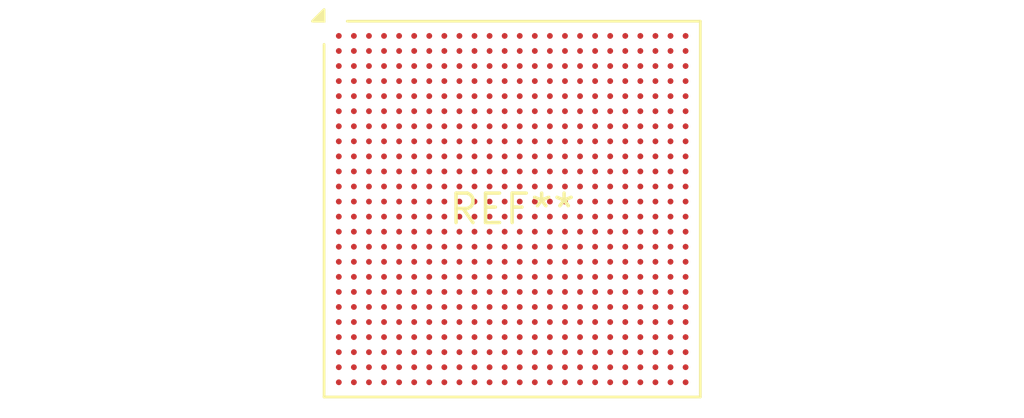
<source format=kicad_pcb>
(kicad_pcb (version 20240108) (generator pcbnew)
  (layers (0 "F.Cu" signal) (31 "B.Cu" signal) (34 "B.Paste" user) (35 "F.Paste" user) (36 "B.SilkS" user "B.Silkscreen") (37 "F.SilkS" user "F.Silkscreen") (38 "B.Mask" user) (39 "F.Mask" user) (44 "Edge.Cuts" user))
  (net 0 "")
  (footprint "TFBGA-576_16x16mm_Layout24x24_P0.65mm" (layer "F.Cu") (at 0 0)
    (property "Reference" "REF**")
    (property "Value" "TFBGA-576_16x16mm_Layout24x24_P0.65mm")
    (pad "A1" smd circle (at -7.475 -7.475) (size 0.25 0.25) (property pad_prop_bga) (layers "F.Cu" "F.Paste" "F.Mask"))
    (pad "A2" smd circle (at -6.825 -7.475) (size 0.25 0.25) (property pad_prop_bga) (layers "F.Cu" "F.Paste" "F.Mask"))
    (pad "A3" smd circle (at -6.175 -7.475) (size 0.25 0.25) (property pad_prop_bga) (layers "F.Cu" "F.Paste" "F.Mask"))
    (pad "A4" smd circle (at -5.525 -7.475) (size 0.25 0.25) (property pad_prop_bga) (layers "F.Cu" "F.Paste" "F.Mask"))
    (pad "A5" smd circle (at -4.875 -7.475) (size 0.25 0.25) (property pad_prop_bga) (layers "F.Cu" "F.Paste" "F.Mask"))
    (pad "A6" smd circle (at -4.225 -7.475) (size 0.25 0.25) (property pad_prop_bga) (layers "F.Cu" "F.Paste" "F.Mask"))
    (pad "A7" smd circle (at -3.575 -7.475) (size 0.25 0.25) (property pad_prop_bga) (layers "F.Cu" "F.Paste" "F.Mask"))
    (pad "A8" smd circle (at -2.925 -7.475) (size 0.25 0.25) (property pad_prop_bga) (layers "F.Cu" "F.Paste" "F.Mask"))
    (pad "A9" smd circle (at -2.275 -7.475) (size 0.25 0.25) (property pad_prop_bga) (layers "F.Cu" "F.Paste" "F.Mask"))
    (pad "A10" smd circle (at -1.625 -7.475) (size 0.25 0.25) (property pad_prop_bga) (layers "F.Cu" "F.Paste" "F.Mask"))
    (pad "A11" smd circle (at -0.975 -7.475) (size 0.25 0.25) (property pad_prop_bga) (layers "F.Cu" "F.Paste" "F.Mask"))
    (pad "A12" smd circle (at -0.325 -7.475) (size 0.25 0.25) (property pad_prop_bga) (layers "F.Cu" "F.Paste" "F.Mask"))
    (pad "A13" smd circle (at 0.325 -7.475) (size 0.25 0.25) (property pad_prop_bga) (layers "F.Cu" "F.Paste" "F.Mask"))
    (pad "A14" smd circle (at 0.975 -7.475) (size 0.25 0.25) (property pad_prop_bga) (layers "F.Cu" "F.Paste" "F.Mask"))
    (pad "A15" smd circle (at 1.625 -7.475) (size 0.25 0.25) (property pad_prop_bga) (layers "F.Cu" "F.Paste" "F.Mask"))
    (pad "A16" smd circle (at 2.275 -7.475) (size 0.25 0.25) (property pad_prop_bga) (layers "F.Cu" "F.Paste" "F.Mask"))
    (pad "A17" smd circle (at 2.925 -7.475) (size 0.25 0.25) (property pad_prop_bga) (layers "F.Cu" "F.Paste" "F.Mask"))
    (pad "A18" smd circle (at 3.575 -7.475) (size 0.25 0.25) (property pad_prop_bga) (layers "F.Cu" "F.Paste" "F.Mask"))
    (pad "A19" smd circle (at 4.225 -7.475) (size 0.25 0.25) (property pad_prop_bga) (layers "F.Cu" "F.Paste" "F.Mask"))
    (pad "A20" smd circle (at 4.875 -7.475) (size 0.25 0.25) (property pad_prop_bga) (layers "F.Cu" "F.Paste" "F.Mask"))
    (pad "A21" smd circle (at 5.525 -7.475) (size 0.25 0.25) (property pad_prop_bga) (layers "F.Cu" "F.Paste" "F.Mask"))
    (pad "A22" smd circle (at 6.175 -7.475) (size 0.25 0.25) (property pad_prop_bga) (layers "F.Cu" "F.Paste" "F.Mask"))
    (pad "A23" smd circle (at 6.825 -7.475) (size 0.25 0.25) (property pad_prop_bga) (layers "F.Cu" "F.Paste" "F.Mask"))
    (pad "A24" smd circle (at 7.475 -7.475) (size 0.25 0.25) (property pad_prop_bga) (layers "F.Cu" "F.Paste" "F.Mask"))
    (pad "AA1" smd circle (at -7.475 5.525) (size 0.25 0.25) (property pad_prop_bga) (layers "F.Cu" "F.Paste" "F.Mask"))
    (pad "AA2" smd circle (at -6.825 5.525) (size 0.25 0.25) (property pad_prop_bga) (layers "F.Cu" "F.Paste" "F.Mask"))
    (pad "AA3" smd circle (at -6.175 5.525) (size 0.25 0.25) (property pad_prop_bga) (layers "F.Cu" "F.Paste" "F.Mask"))
    (pad "AA4" smd circle (at -5.525 5.525) (size 0.25 0.25) (property pad_prop_bga) (layers "F.Cu" "F.Paste" "F.Mask"))
    (pad "AA5" smd circle (at -4.875 5.525) (size 0.25 0.25) (property pad_prop_bga) (layers "F.Cu" "F.Paste" "F.Mask"))
    (pad "AA6" smd circle (at -4.225 5.525) (size 0.25 0.25) (property pad_prop_bga) (layers "F.Cu" "F.Paste" "F.Mask"))
    (pad "AA7" smd circle (at -3.575 5.525) (size 0.25 0.25) (property pad_prop_bga) (layers "F.Cu" "F.Paste" "F.Mask"))
    (pad "AA8" smd circle (at -2.925 5.525) (size 0.25 0.25) (property pad_prop_bga) (layers "F.Cu" "F.Paste" "F.Mask"))
    (pad "AA9" smd circle (at -2.275 5.525) (size 0.25 0.25) (property pad_prop_bga) (layers "F.Cu" "F.Paste" "F.Mask"))
    (pad "AA10" smd circle (at -1.625 5.525) (size 0.25 0.25) (property pad_prop_bga) (layers "F.Cu" "F.Paste" "F.Mask"))
    (pad "AA11" smd circle (at -0.975 5.525) (size 0.25 0.25) (property pad_prop_bga) (layers "F.Cu" "F.Paste" "F.Mask"))
    (pad "AA12" smd circle (at -0.325 5.525) (size 0.25 0.25) (property pad_prop_bga) (layers "F.Cu" "F.Paste" "F.Mask"))
    (pad "AA13" smd circle (at 0.325 5.525) (size 0.25 0.25) (property pad_prop_bga) (layers "F.Cu" "F.Paste" "F.Mask"))
    (pad "AA14" smd circle (at 0.975 5.525) (size 0.25 0.25) (property pad_prop_bga) (layers "F.Cu" "F.Paste" "F.Mask"))
    (pad "AA15" smd circle (at 1.625 5.525) (size 0.25 0.25) (property pad_prop_bga) (layers "F.Cu" "F.Paste" "F.Mask"))
    (pad "AA16" smd circle (at 2.275 5.525) (size 0.25 0.25) (property pad_prop_bga) (layers "F.Cu" "F.Paste" "F.Mask"))
    (pad "AA17" smd circle (at 2.925 5.525) (size 0.25 0.25) (property pad_prop_bga) (layers "F.Cu" "F.Paste" "F.Mask"))
    (pad "AA18" smd circle (at 3.575 5.525) (size 0.25 0.25) (property pad_prop_bga) (layers "F.Cu" "F.Paste" "F.Mask"))
    (pad "AA19" smd circle (at 4.225 5.525) (size 0.25 0.25) (property pad_prop_bga) (layers "F.Cu" "F.Paste" "F.Mask"))
    (pad "AA20" smd circle (at 4.875 5.525) (size 0.25 0.25) (property pad_prop_bga) (layers "F.Cu" "F.Paste" "F.Mask"))
    (pad "AA21" smd circle (at 5.525 5.525) (size 0.25 0.25) (property pad_prop_bga) (layers "F.Cu" "F.Paste" "F.Mask"))
    (pad "AA22" smd circle (at 6.175 5.525) (size 0.25 0.25) (property pad_prop_bga) (layers "F.Cu" "F.Paste" "F.Mask"))
    (pad "AA23" smd circle (at 6.825 5.525) (size 0.25 0.25) (property pad_prop_bga) (layers "F.Cu" "F.Paste" "F.Mask"))
    (pad "AA24" smd circle (at 7.475 5.525) (size 0.25 0.25) (property pad_prop_bga) (layers "F.Cu" "F.Paste" "F.Mask"))
    (pad "AB1" smd circle (at -7.475 6.175) (size 0.25 0.25) (property pad_prop_bga) (layers "F.Cu" "F.Paste" "F.Mask"))
    (pad "AB2" smd circle (at -6.825 6.175) (size 0.25 0.25) (property pad_prop_bga) (layers "F.Cu" "F.Paste" "F.Mask"))
    (pad "AB3" smd circle (at -6.175 6.175) (size 0.25 0.25) (property pad_prop_bga) (layers "F.Cu" "F.Paste" "F.Mask"))
    (pad "AB4" smd circle (at -5.525 6.175) (size 0.25 0.25) (property pad_prop_bga) (layers "F.Cu" "F.Paste" "F.Mask"))
    (pad "AB5" smd circle (at -4.875 6.175) (size 0.25 0.25) (property pad_prop_bga) (layers "F.Cu" "F.Paste" "F.Mask"))
    (pad "AB6" smd circle (at -4.225 6.175) (size 0.25 0.25) (property pad_prop_bga) (layers "F.Cu" "F.Paste" "F.Mask"))
    (pad "AB7" smd circle (at -3.575 6.175) (size 0.25 0.25) (property pad_prop_bga) (layers "F.Cu" "F.Paste" "F.Mask"))
    (pad "AB8" smd circle (at -2.925 6.175) (size 0.25 0.25) (property pad_prop_bga) (layers "F.Cu" "F.Paste" "F.Mask"))
    (pad "AB9" smd circle (at -2.275 6.175) (size 0.25 0.25) (property pad_prop_bga) (layers "F.Cu" "F.Paste" "F.Mask"))
    (pad "AB10" smd circle (at -1.625 6.175) (size 0.25 0.25) (property pad_prop_bga) (layers "F.Cu" "F.Paste" "F.Mask"))
    (pad "AB11" smd circle (at -0.975 6.175) (size 0.25 0.25) (property pad_prop_bga) (layers "F.Cu" "F.Paste" "F.Mask"))
    (pad "AB12" smd circle (at -0.325 6.175) (size 0.25 0.25) (property pad_prop_bga) (layers "F.Cu" "F.Paste" "F.Mask"))
    (pad "AB13" smd circle (at 0.325 6.175) (size 0.25 0.25) (property pad_prop_bga) (layers "F.Cu" "F.Paste" "F.Mask"))
    (pad "AB14" smd circle (at 0.975 6.175) (size 0.25 0.25) (property pad_prop_bga) (layers "F.Cu" "F.Paste" "F.Mask"))
    (pad "AB15" smd circle (at 1.625 6.175) (size 0.25 0.25) (property pad_prop_bga) (layers "F.Cu" "F.Paste" "F.Mask"))
    (pad "AB16" smd circle (at 2.275 6.175) (size 0.25 0.25) (property pad_prop_bga) (layers "F.Cu" "F.Paste" "F.Mask"))
    (pad "AB17" smd circle (at 2.925 6.175) (size 0.25 0.25) (property pad_prop_bga) (layers "F.Cu" "F.Paste" "F.Mask"))
    (pad "AB18" smd circle (at 3.575 6.175) (size 0.25 0.25) (property pad_prop_bga) (layers "F.Cu" "F.Paste" "F.Mask"))
    (pad "AB19" smd circle (at 4.225 6.175) (size 0.25 0.25) (property pad_prop_bga) (layers "F.Cu" "F.Paste" "F.Mask"))
    (pad "AB20" smd circle (at 4.875 6.175) (size 0.25 0.25) (property pad_prop_bga) (layers "F.Cu" "F.Paste" "F.Mask"))
    (pad "AB21" smd circle (at 5.525 6.175) (size 0.25 0.25) (property pad_prop_bga) (layers "F.Cu" "F.Paste" "F.Mask"))
    (pad "AB22" smd circle (at 6.175 6.175) (size 0.25 0.25) (property pad_prop_bga) (layers "F.Cu" "F.Paste" "F.Mask"))
    (pad "AB23" smd circle (at 6.825 6.175) (size 0.25 0.25) (property pad_prop_bga) (layers "F.Cu" "F.Paste" "F.Mask"))
    (pad "AB24" smd circle (at 7.475 6.175) (size 0.25 0.25) (property pad_prop_bga) (layers "F.Cu" "F.Paste" "F.Mask"))
    (pad "AC1" smd circle (at -7.475 6.825) (size 0.25 0.25) (property pad_prop_bga) (layers "F.Cu" "F.Paste" "F.Mask"))
    (pad "AC2" smd circle (at -6.825 6.825) (size 0.25 0.25) (property pad_prop_bga) (layers "F.Cu" "F.Paste" "F.Mask"))
    (pad "AC3" smd circle (at -6.175 6.825) (size 0.25 0.25) (property pad_prop_bga) (layers "F.Cu" "F.Paste" "F.Mask"))
    (pad "AC4" smd circle (at -5.525 6.825) (size 0.25 0.25) (property pad_prop_bga) (layers "F.Cu" "F.Paste" "F.Mask"))
    (pad "AC5" smd circle (at -4.875 6.825) (size 0.25 0.25) (property pad_prop_bga) (layers "F.Cu" "F.Paste" "F.Mask"))
    (pad "AC6" smd circle (at -4.225 6.825) (size 0.25 0.25) (property pad_prop_bga) (layers "F.Cu" "F.Paste" "F.Mask"))
    (pad "AC7" smd circle (at -3.575 6.825) (size 0.25 0.25) (property pad_prop_bga) (layers "F.Cu" "F.Paste" "F.Mask"))
    (pad "AC8" smd circle (at -2.925 6.825) (size 0.25 0.25) (property pad_prop_bga) (layers "F.Cu" "F.Paste" "F.Mask"))
    (pad "AC9" smd circle (at -2.275 6.825) (size 0.25 0.25) (property pad_prop_bga) (layers "F.Cu" "F.Paste" "F.Mask"))
    (pad "AC10" smd circle (at -1.625 6.825) (size 0.25 0.25) (property pad_prop_bga) (layers "F.Cu" "F.Paste" "F.Mask"))
    (pad "AC11" smd circle (at -0.975 6.825) (size 0.25 0.25) (property pad_prop_bga) (layers "F.Cu" "F.Paste" "F.Mask"))
    (pad "AC12" smd circle (at -0.325 6.825) (size 0.25 0.25) (property pad_prop_bga) (layers "F.Cu" "F.Paste" "F.Mask"))
    (pad "AC13" smd circle (at 0.325 6.825) (size 0.25 0.25) (property pad_prop_bga) (layers "F.Cu" "F.Paste" "F.Mask"))
    (pad "AC14" smd circle (at 0.975 6.825) (size 0.25 0.25) (property pad_prop_bga) (layers "F.Cu" "F.Paste" "F.Mask"))
    (pad "AC15" smd circle (at 1.625 6.825) (size 0.25 0.25) (property pad_prop_bga) (layers "F.Cu" "F.Paste" "F.Mask"))
    (pad "AC16" smd circle (at 2.275 6.825) (size 0.25 0.25) (property pad_prop_bga) (layers "F.Cu" "F.Paste" "F.Mask"))
    (pad "AC17" smd circle (at 2.925 6.825) (size 0.25 0.25) (property pad_prop_bga) (layers "F.Cu" "F.Paste" "F.Mask"))
    (pad "AC18" smd circle (at 3.575 6.825) (size 0.25 0.25) (property pad_prop_bga) (layers "F.Cu" "F.Paste" "F.Mask"))
    (pad "AC19" smd circle (at 4.225 6.825) (size 0.25 0.25) (property pad_prop_bga) (layers "F.Cu" "F.Paste" "F.Mask"))
    (pad "AC20" smd circle (at 4.875 6.825) (size 0.25 0.25) (property pad_prop_bga) (layers "F.Cu" "F.Paste" "F.Mask"))
    (pad "AC21" smd circle (at 5.525 6.825) (size 0.25 0.25) (property pad_prop_bga) (layers "F.Cu" "F.Paste" "F.Mask"))
    (pad "AC22" smd circle (at 6.175 6.825) (size 0.25 0.25) (property pad_prop_bga) (layers "F.Cu" "F.Paste" "F.Mask"))
    (pad "AC23" smd circle (at 6.825 6.825) (size 0.25 0.25) (property pad_prop_bga) (layers "F.Cu" "F.Paste" "F.Mask"))
    (pad "AC24" smd circle (at 7.475 6.825) (size 0.25 0.25) (property pad_prop_bga) (layers "F.Cu" "F.Paste" "F.Mask"))
    (pad "AD1" smd circle (at -7.475 7.475) (size 0.25 0.25) (property pad_prop_bga) (layers "F.Cu" "F.Paste" "F.Mask"))
    (pad "AD2" smd circle (at -6.825 7.475) (size 0.25 0.25) (property pad_prop_bga) (layers "F.Cu" "F.Paste" "F.Mask"))
    (pad "AD3" smd circle (at -6.175 7.475) (size 0.25 0.25) (property pad_prop_bga) (layers "F.Cu" "F.Paste" "F.Mask"))
    (pad "AD4" smd circle (at -5.525 7.475) (size 0.25 0.25) (property pad_prop_bga) (layers "F.Cu" "F.Paste" "F.Mask"))
    (pad "AD5" smd circle (at -4.875 7.475) (size 0.25 0.25) (property pad_prop_bga) (layers "F.Cu" "F.Paste" "F.Mask"))
    (pad "AD6" smd circle (at -4.225 7.475) (size 0.25 0.25) (property pad_prop_bga) (layers "F.Cu" "F.Paste" "F.Mask"))
    (pad "AD7" smd circle (at -3.575 7.475) (size 0.25 0.25) (property pad_prop_bga) (layers "F.Cu" "F.Paste" "F.Mask"))
    (pad "AD8" smd circle (at -2.925 7.475) (size 0.25 0.25) (property pad_prop_bga) (layers "F.Cu" "F.Paste" "F.Mask"))
    (pad "AD9" smd circle (at -2.275 7.475) (size 0.25 0.25) (property pad_prop_bga) (layers "F.Cu" "F.Paste" "F.Mask"))
    (pad "AD10" smd circle (at -1.625 7.475) (size 0.25 0.25) (property pad_prop_bga) (layers "F.Cu" "F.Paste" "F.Mask"))
    (pad "AD11" smd circle (at -0.975 7.475) (size 0.25 0.25) (property pad_prop_bga) (layers "F.Cu" "F.Paste" "F.Mask"))
    (pad "AD12" smd circle (at -0.325 7.475) (size 0.25 0.25) (property pad_prop_bga) (layers "F.Cu" "F.Paste" "F.Mask"))
    (pad "AD13" smd circle (at 0.325 7.475) (size 0.25 0.25) (property pad_prop_bga) (layers "F.Cu" "F.Paste" "F.Mask"))
    (pad "AD14" smd circle (at 0.975 7.475) (size 0.25 0.25) (property pad_prop_bga) (layers "F.Cu" "F.Paste" "F.Mask"))
    (pad "AD15" smd circle (at 1.625 7.475) (size 0.25 0.25) (property pad_prop_bga) (layers "F.Cu" "F.Paste" "F.Mask"))
    (pad "AD16" smd circle (at 2.275 7.475) (size 0.25 0.25) (property pad_prop_bga) (layers "F.Cu" "F.Paste" "F.Mask"))
    (pad "AD17" smd circle (at 2.925 7.475) (size 0.25 0.25) (property pad_prop_bga) (layers "F.Cu" "F.Paste" "F.Mask"))
    (pad "AD18" smd circle (at 3.575 7.475) (size 0.25 0.25) (property pad_prop_bga) (layers "F.Cu" "F.Paste" "F.Mask"))
    (pad "AD19" smd circle (at 4.225 7.475) (size 0.25 0.25) (property pad_prop_bga) (layers "F.Cu" "F.Paste" "F.Mask"))
    (pad "AD20" smd circle (at 4.875 7.475) (size 0.25 0.25) (property pad_prop_bga) (layers "F.Cu" "F.Paste" "F.Mask"))
    (pad "AD21" smd circle (at 5.525 7.475) (size 0.25 0.25) (property pad_prop_bga) (layers "F.Cu" "F.Paste" "F.Mask"))
    (pad "AD22" smd circle (at 6.175 7.475) (size 0.25 0.25) (property pad_prop_bga) (layers "F.Cu" "F.Paste" "F.Mask"))
    (pad "AD23" smd circle (at 6.825 7.475) (size 0.25 0.25) (property pad_prop_bga) (layers "F.Cu" "F.Paste" "F.Mask"))
    (pad "AD24" smd circle (at 7.475 7.475) (size 0.25 0.25) (property pad_prop_bga) (layers "F.Cu" "F.Paste" "F.Mask"))
    (pad "B1" smd circle (at -7.475 -6.825) (size 0.25 0.25) (property pad_prop_bga) (layers "F.Cu" "F.Paste" "F.Mask"))
    (pad "B2" smd circle (at -6.825 -6.825) (size 0.25 0.25) (property pad_prop_bga) (layers "F.Cu" "F.Paste" "F.Mask"))
    (pad "B3" smd circle (at -6.175 -6.825) (size 0.25 0.25) (property pad_prop_bga) (layers "F.Cu" "F.Paste" "F.Mask"))
    (pad "B4" smd circle (at -5.525 -6.825) (size 0.25 0.25) (property pad_prop_bga) (layers "F.Cu" "F.Paste" "F.Mask"))
    (pad "B5" smd circle (at -4.875 -6.825) (size 0.25 0.25) (property pad_prop_bga) (layers "F.Cu" "F.Paste" "F.Mask"))
    (pad "B6" smd circle (at -4.225 -6.825) (size 0.25 0.25) (property pad_prop_bga) (layers "F.Cu" "F.Paste" "F.Mask"))
    (pad "B7" smd circle (at -3.575 -6.825) (size 0.25 0.25) (property pad_prop_bga) (layers "F.Cu" "F.Paste" "F.Mask"))
    (pad "B8" smd circle (at -2.925 -6.825) (size 0.25 0.25) (property pad_prop_bga) (layers "F.Cu" "F.Paste" "F.Mask"))
    (pad "B9" smd circle (at -2.275 -6.825) (size 0.25 0.25) (property pad_prop_bga) (layers "F.Cu" "F.Paste" "F.Mask"))
    (pad "B10" smd circle (at -1.625 -6.825) (size 0.25 0.25) (property pad_prop_bga) (layers "F.Cu" "F.Paste" "F.Mask"))
    (pad "B11" smd circle (at -0.975 -6.825) (size 0.25 0.25) (property pad_prop_bga) (layers "F.Cu" "F.Paste" "F.Mask"))
    (pad "B12" smd circle (at -0.325 -6.825) (size 0.25 0.25) (property pad_prop_bga) (layers "F.Cu" "F.Paste" "F.Mask"))
    (pad "B13" smd circle (at 0.325 -6.825) (size 0.25 0.25) (property pad_prop_bga) (layers "F.Cu" "F.Paste" "F.Mask"))
    (pad "B14" smd circle (at 0.975 -6.825) (size 0.25 0.25) (property pad_prop_bga) (layers "F.Cu" "F.Paste" "F.Mask"))
    (pad "B15" smd circle (at 1.625 -6.825) (size 0.25 0.25) (property pad_prop_bga) (layers "F.Cu" "F.Paste" "F.Mask"))
    (pad "B16" smd circle (at 2.275 -6.825) (size 0.25 0.25) (property pad_prop_bga) (layers "F.Cu" "F.Paste" "F.Mask"))
    (pad "B17" smd circle (at 2.925 -6.825) (size 0.25 0.25) (property pad_prop_bga) (layers "F.Cu" "F.Paste" "F.Mask"))
    (pad "B18" smd circle (at 3.575 -6.825) (size 0.25 0.25) (property pad_prop_bga) (layers "F.Cu" "F.Paste" "F.Mask"))
    (pad "B19" smd circle (at 4.225 -6.825) (size 0.25 0.25) (property pad_prop_bga) (layers "F.Cu" "F.Paste" "F.Mask"))
    (pad "B20" smd circle (at 4.875 -6.825) (size 0.25 0.25) (property pad_prop_bga) (layers "F.Cu" "F.Paste" "F.Mask"))
    (pad "B21" smd circle (at 5.525 -6.825) (size 0.25 0.25) (property pad_prop_bga) (layers "F.Cu" "F.Paste" "F.Mask"))
    (pad "B22" smd circle (at 6.175 -6.825) (size 0.25 0.25) (property pad_prop_bga) (layers "F.Cu" "F.Paste" "F.Mask"))
    (pad "B23" smd circle (at 6.825 -6.825) (size 0.25 0.25) (property pad_prop_bga) (layers "F.Cu" "F.Paste" "F.Mask"))
    (pad "B24" smd circle (at 7.475 -6.825) (size 0.25 0.25) (property pad_prop_bga) (layers "F.Cu" "F.Paste" "F.Mask"))
    (pad "C1" smd circle (at -7.475 -6.175) (size 0.25 0.25) (property pad_prop_bga) (layers "F.Cu" "F.Paste" "F.Mask"))
    (pad "C2" smd circle (at -6.825 -6.175) (size 0.25 0.25) (property pad_prop_bga) (layers "F.Cu" "F.Paste" "F.Mask"))
    (pad "C3" smd circle (at -6.175 -6.175) (size 0.25 0.25) (property pad_prop_bga) (layers "F.Cu" "F.Paste" "F.Mask"))
    (pad "C4" smd circle (at -5.525 -6.175) (size 0.25 0.25) (property pad_prop_bga) (layers "F.Cu" "F.Paste" "F.Mask"))
    (pad "C5" smd circle (at -4.875 -6.175) (size 0.25 0.25) (property pad_prop_bga) (layers "F.Cu" "F.Paste" "F.Mask"))
    (pad "C6" smd circle (at -4.225 -6.175) (size 0.25 0.25) (property pad_prop_bga) (layers "F.Cu" "F.Paste" "F.Mask"))
    (pad "C7" smd circle (at -3.575 -6.175) (size 0.25 0.25) (property pad_prop_bga) (layers "F.Cu" "F.Paste" "F.Mask"))
    (pad "C8" smd circle (at -2.925 -6.175) (size 0.25 0.25) (property pad_prop_bga) (layers "F.Cu" "F.Paste" "F.Mask"))
    (pad "C9" smd circle (at -2.275 -6.175) (size 0.25 0.25) (property pad_prop_bga) (layers "F.Cu" "F.Paste" "F.Mask"))
    (pad "C10" smd circle (at -1.625 -6.175) (size 0.25 0.25) (property pad_prop_bga) (layers "F.Cu" "F.Paste" "F.Mask"))
    (pad "C11" smd circle (at -0.975 -6.175) (size 0.25 0.25) (property pad_prop_bga) (layers "F.Cu" "F.Paste" "F.Mask"))
    (pad "C12" smd circle (at -0.325 -6.175) (size 0.25 0.25) (property pad_prop_bga) (layers "F.Cu" "F.Paste" "F.Mask"))
    (pad "C13" smd circle (at 0.325 -6.175) (size 0.25 0.25) (property pad_prop_bga) (layers "F.Cu" "F.Paste" "F.Mask"))
    (pad "C14" smd circle (at 0.975 -6.175) (size 0.25 0.25) (property pad_prop_bga) (layers "F.Cu" "F.Paste" "F.Mask"))
    (pad "C15" smd circle (at 1.625 -6.175) (size 0.25 0.25) (property pad_prop_bga) (layers "F.Cu" "F.Paste" "F.Mask"))
    (pad "C16" smd circle (at 2.275 -6.175) (size 0.25 0.25) (property pad_prop_bga) (layers "F.Cu" "F.Paste" "F.Mask"))
    (pad "C17" smd circle (at 2.925 -6.175) (size 0.25 0.25) (property pad_prop_bga) (layers "F.Cu" "F.Paste" "F.Mask"))
    (pad "C18" smd circle (at 3.575 -6.175) (size 0.25 0.25) (property pad_prop_bga) (layers "F.Cu" "F.Paste" "F.Mask"))
    (pad "C19" smd circle (at 4.225 -6.175) (size 0.25 0.25) (property pad_prop_bga) (layers "F.Cu" "F.Paste" "F.Mask"))
    (pad "C20" smd circle (at 4.875 -6.175) (size 0.25 0.25) (property pad_prop_bga) (layers "F.Cu" "F.Paste" "F.Mask"))
    (pad "C21" smd circle (at 5.525 -6.175) (size 0.25 0.25) (property pad_prop_bga) (layers "F.Cu" "F.Paste" "F.Mask"))
    (pad "C22" smd circle (at 6.175 -6.175) (size 0.25 0.25) (property pad_prop_bga) (layers "F.Cu" "F.Paste" "F.Mask"))
    (pad "C23" smd circle (at 6.825 -6.175) (size 0.25 0.25) (property pad_prop_bga) (layers "F.Cu" "F.Paste" "F.Mask"))
    (pad "C24" smd circle (at 7.475 -6.175) (size 0.25 0.25) (property pad_prop_bga) (layers "F.Cu" "F.Paste" "F.Mask"))
    (pad "D1" smd circle (at -7.475 -5.525) (size 0.25 0.25) (property pad_prop_bga) (layers "F.Cu" "F.Paste" "F.Mask"))
    (pad "D2" smd circle (at -6.825 -5.525) (size 0.25 0.25) (property pad_prop_bga) (layers "F.Cu" "F.Paste" "F.Mask"))
    (pad "D3" smd circle (at -6.175 -5.525) (size 0.25 0.25) (property pad_prop_bga) (layers "F.Cu" "F.Paste" "F.Mask"))
    (pad "D4" smd circle (at -5.525 -5.525) (size 0.25 0.25) (property pad_prop_bga) (layers "F.Cu" "F.Paste" "F.Mask"))
    (pad "D5" smd circle (at -4.875 -5.525) (size 0.25 0.25) (property pad_prop_bga) (layers "F.Cu" "F.Paste" "F.Mask"))
    (pad "D6" smd circle (at -4.225 -5.525) (size 0.25 0.25) (property pad_prop_bga) (layers "F.Cu" "F.Paste" "F.Mask"))
    (pad "D7" smd circle (at -3.575 -5.525) (size 0.25 0.25) (property pad_prop_bga) (layers "F.Cu" "F.Paste" "F.Mask"))
    (pad "D8" smd circle (at -2.925 -5.525) (size 0.25 0.25) (property pad_prop_bga) (layers "F.Cu" "F.Paste" "F.Mask"))
    (pad "D9" smd circle (at -2.275 -5.525) (size 0.25 0.25) (property pad_prop_bga) (layers "F.Cu" "F.Paste" "F.Mask"))
    (pad "D10" smd circle (at -1.625 -5.525) (size 0.25 0.25) (property pad_prop_bga) (layers "F.Cu" "F.Paste" "F.Mask"))
    (pad "D11" smd circle (at -0.975 -5.525) (size 0.25 0.25) (property pad_prop_bga) (layers "F.Cu" "F.Paste" "F.Mask"))
    (pad "D12" smd circle (at -0.325 -5.525) (size 0.25 0.25) (property pad_prop_bga) (layers "F.Cu" "F.Paste" "F.Mask"))
    (pad "D13" smd circle (at 0.325 -5.525) (size 0.25 0.25) (property pad_prop_bga) (layers "F.Cu" "F.Paste" "F.Mask"))
    (pad "D14" smd circle (at 0.975 -5.525) (size 0.25 0.25) (property pad_prop_bga) (layers "F.Cu" "F.Paste" "F.Mask"))
    (pad "D15" smd circle (at 1.625 -5.525) (size 0.25 0.25) (property pad_prop_bga) (layers "F.Cu" "F.Paste" "F.Mask"))
    (pad "D16" smd circle (at 2.275 -5.525) (size 0.25 0.25) (property pad_prop_bga) (layers "F.Cu" "F.Paste" "F.Mask"))
    (pad "D17" smd circle (at 2.925 -5.525) (size 0.25 0.25) (property pad_prop_bga) (layers "F.Cu" "F.Paste" "F.Mask"))
    (pad "D18" smd circle (at 3.575 -5.525) (size 0.25 0.25) (property pad_prop_bga) (layers "F.Cu" "F.Paste" "F.Mask"))
    (pad "D19" smd circle (at 4.225 -5.525) (size 0.25 0.25) (property pad_prop_bga) (layers "F.Cu" "F.Paste" "F.Mask"))
    (pad "D20" smd circle (at 4.875 -5.525) (size 0.25 0.25) (property pad_prop_bga) (layers "F.Cu" "F.Paste" "F.Mask"))
    (pad "D21" smd circle (at 5.525 -5.525) (size 0.25 0.25) (property pad_prop_bga) (layers "F.Cu" "F.Paste" "F.Mask"))
    (pad "D22" smd circle (at 6.175 -5.525) (size 0.25 0.25) (property pad_prop_bga) (layers "F.Cu" "F.Paste" "F.Mask"))
    (pad "D23" smd circle (at 6.825 -5.525) (size 0.25 0.25) (property pad_prop_bga) (layers "F.Cu" "F.Paste" "F.Mask"))
    (pad "D24" smd circle (at 7.475 -5.525) (size 0.25 0.25) (property pad_prop_bga) (layers "F.Cu" "F.Paste" "F.Mask"))
    (pad "E1" smd circle (at -7.475 -4.875) (size 0.25 0.25) (property pad_prop_bga) (layers "F.Cu" "F.Paste" "F.Mask"))
    (pad "E2" smd circle (at -6.825 -4.875) (size 0.25 0.25) (property pad_prop_bga) (layers "F.Cu" "F.Paste" "F.Mask"))
    (pad "E3" smd circle (at -6.175 -4.875) (size 0.25 0.25) (property pad_prop_bga) (layers "F.Cu" "F.Paste" "F.Mask"))
    (pad "E4" smd circle (at -5.525 -4.875) (size 0.25 0.25) (property pad_prop_bga) (layers "F.Cu" "F.Paste" "F.Mask"))
    (pad "E5" smd circle (at -4.875 -4.875) (size 0.25 0.25) (property pad_prop_bga) (layers "F.Cu" "F.Paste" "F.Mask"))
    (pad "E6" smd circle (at -4.225 -4.875) (size 0.25 0.25) (property pad_prop_bga) (layers "F.Cu" "F.Paste" "F.Mask"))
    (pad "E7" smd circle (at -3.575 -4.875) (size 0.25 0.25) (property pad_prop_bga) (layers "F.Cu" "F.Paste" "F.Mask"))
    (pad "E8" smd circle (at -2.925 -4.875) (size 0.25 0.25) (property pad_prop_bga) (layers "F.Cu" "F.Paste" "F.Mask"))
    (pad "E9" smd circle (at -2.275 -4.875) (size 0.25 0.25) (property pad_prop_bga) (layers "F.Cu" "F.Paste" "F.Mask"))
    (pad "E10" smd circle (at -1.625 -4.875) (size 0.25 0.25) (property pad_prop_bga) (layers "F.Cu" "F.Paste" "F.Mask"))
    (pad "E11" smd circle (at -0.975 -4.875) (size 0.25 0.25) (property pad_prop_bga) (layers "F.Cu" "F.Paste" "F.Mask"))
    (pad "E12" smd circle (at -0.325 -4.875) (size 0.25 0.25) (property pad_prop_bga) (layers "F.Cu" "F.Paste" "F.Mask"))
    (pad "E13" smd circle (at 0.325 -4.875) (size 0.25 0.25) (property pad_prop_bga) (layers "F.Cu" "F.Paste" "F.Mask"))
    (pad "E14" smd circle (at 0.975 -4.875) (size 0.25 0.25) (property pad_prop_bga) (layers "F.Cu" "F.Paste" "F.Mask"))
    (pad "E15" smd circle (at 1.625 -4.875) (size 0.25 0.25) (property pad_prop_bga) (layers "F.Cu" "F.Paste" "F.Mask"))
    (pad "E16" smd circle (at 2.275 -4.875) (size 0.25 0.25) (property pad_prop_bga) (layers "F.Cu" "F.Paste" "F.Mask"))
    (pad "E17" smd circle (at 2.925 -4.875) (size 0.25 0.25) (property pad_prop_bga) (layers "F.Cu" "F.Paste" "F.Mask"))
    (pad "E18" smd circle (at 3.575 -4.875) (size 0.25 0.25) (property pad_prop_bga) (layers "F.Cu" "F.Paste" "F.Mask"))
    (pad "E19" smd circle (at 4.225 -4.875) (size 0.25 0.25) (property pad_prop_bga) (layers "F.Cu" "F.Paste" "F.Mask"))
    (pad "E20" smd circle (at 4.875 -4.875) (size 0.25 0.25) (property pad_prop_bga) (layers "F.Cu" "F.Paste" "F.Mask"))
    (pad "E21" smd circle (at 5.525 -4.875) (size 0.25 0.25) (property pad_prop_bga) (layers "F.Cu" "F.Paste" "F.Mask"))
    (pad "E22" smd circle (at 6.175 -4.875) (size 0.25 0.25) (property pad_prop_bga) (layers "F.Cu" "F.Paste" "F.Mask"))
    (pad "E23" smd circle (at 6.825 -4.875) (size 0.25 0.25) (property pad_prop_bga) (layers "F.Cu" "F.Paste" "F.Mask"))
    (pad "E24" smd circle (at 7.475 -4.875) (size 0.25 0.25) (property pad_prop_bga) (layers "F.Cu" "F.Paste" "F.Mask"))
    (pad "F1" smd circle (at -7.475 -4.225) (size 0.25 0.25) (property pad_prop_bga) (layers "F.Cu" "F.Paste" "F.Mask"))
    (pad "F2" smd circle (at -6.825 -4.225) (size 0.25 0.25) (property pad_prop_bga) (layers "F.Cu" "F.Paste" "F.Mask"))
    (pad "F3" smd circle (at -6.175 -4.225) (size 0.25 0.25) (property pad_prop_bga) (layers "F.Cu" "F.Paste" "F.Mask"))
    (pad "F4" smd circle (at -5.525 -4.225) (size 0.25 0.25) (property pad_prop_bga) (layers "F.Cu" "F.Paste" "F.Mask"))
    (pad "F5" smd circle (at -4.875 -4.225) (size 0.25 0.25) (property pad_prop_bga) (layers "F.Cu" "F.Paste" "F.Mask"))
    (pad "F6" smd circle (at -4.225 -4.225) (size 0.25 0.25) (property pad_prop_bga) (layers "F.Cu" "F.Paste" "F.Mask"))
    (pad "F7" smd circle (at -3.575 -4.225) (size 0.25 0.25) (property pad_prop_bga) (layers "F.Cu" "F.Paste" "F.Mask"))
    (pad "F8" smd circle (at -2.925 -4.225) (size 0.25 0.25) (property pad_prop_bga) (layers "F.Cu" "F.Paste" "F.Mask"))
    (pad "F9" smd circle (at -2.275 -4.225) (size 0.25 0.25) (property pad_prop_bga) (layers "F.Cu" "F.Paste" "F.Mask"))
    (pad "F10" smd circle (at -1.625 -4.225) (size 0.25 0.25) (property pad_prop_bga) (layers "F.Cu" "F.Paste" "F.Mask"))
    (pad "F11" smd circle (at -0.975 -4.225) (size 0.25 0.25) (property pad_prop_bga) (layers "F.Cu" "F.Paste" "F.Mask"))
    (pad "F12" smd circle (at -0.325 -4.225) (size 0.25 0.25) (property pad_prop_bga) (layers "F.Cu" "F.Paste" "F.Mask"))
    (pad "F13" smd circle (at 0.325 -4.225) (size 0.25 0.25) (property pad_prop_bga) (layers "F.Cu" "F.Paste" "F.Mask"))
    (pad "F14" smd circle (at 0.975 -4.225) (size 0.25 0.25) (property pad_prop_bga) (layers "F.Cu" "F.Paste" "F.Mask"))
    (pad "F15" smd circle (at 1.625 -4.225) (size 0.25 0.25) (property pad_prop_bga) (layers "F.Cu" "F.Paste" "F.Mask"))
    (pad "F16" smd circle (at 2.275 -4.225) (size 0.25 0.25) (property pad_prop_bga) (layers "F.Cu" "F.Paste" "F.Mask"))
    (pad "F17" smd circle (at 2.925 -4.225) (size 0.25 0.25) (property pad_prop_bga) (layers "F.Cu" "F.Paste" "F.Mask"))
    (pad "F18" smd circle (at 3.575 -4.225) (size 0.25 0.25) (property pad_prop_bga) (layers "F.Cu" "F.Paste" "F.Mask"))
    (pad "F19" smd circle (at 4.225 -4.225) (size 0.25 0.25) (property pad_prop_bga) (layers "F.Cu" "F.Paste" "F.Mask"))
    (pad "F20" smd circle (at 4.875 -4.225) (size 0.25 0.25) (property pad_prop_bga) (layers "F.Cu" "F.Paste" "F.Mask"))
    (pad "F21" smd circle (at 5.525 -4.225) (size 0.25 0.25) (property pad_prop_bga) (layers "F.Cu" "F.Paste" "F.Mask"))
    (pad "F22" smd circle (at 6.175 -4.225) (size 0.25 0.25) (property pad_prop_bga) (layers "F.Cu" "F.Paste" "F.Mask"))
    (pad "F23" smd circle (at 6.825 -4.225) (size 0.25 0.25) (property pad_prop_bga) (layers "F.Cu" "F.Paste" "F.Mask"))
    (pad "F24" smd circle (at 7.475 -4.225) (size 0.25 0.25) (property pad_prop_bga) (layers "F.Cu" "F.Paste" "F.Mask"))
    (pad "G1" smd circle (at -7.475 -3.575) (size 0.25 0.25) (property pad_prop_bga) (layers "F.Cu" "F.Paste" "F.Mask"))
    (pad "G2" smd circle (at -6.825 -3.575) (size 0.25 0.25) (property pad_prop_bga) (layers "F.Cu" "F.Paste" "F.Mask"))
    (pad "G3" smd circle (at -6.175 -3.575) (size 0.25 0.25) (property pad_prop_bga) (layers "F.Cu" "F.Paste" "F.Mask"))
    (pad "G4" smd circle (at -5.525 -3.575) (size 0.25 0.25) (property pad_prop_bga) (layers "F.Cu" "F.Paste" "F.Mask"))
    (pad "G5" smd circle (at -4.875 -3.575) (size 0.25 0.25) (property pad_prop_bga) (layers "F.Cu" "F.Paste" "F.Mask"))
    (pad "G6" smd circle (at -4.225 -3.575) (size 0.25 0.25) (property pad_prop_bga) (layers "F.Cu" "F.Paste" "F.Mask"))
    (pad "G7" smd circle (at -3.575 -3.575) (size 0.25 0.25) (property pad_prop_bga) (layers "F.Cu" "F.Paste" "F.Mask"))
    (pad "G8" smd circle (at -2.925 -3.575) (size 0.25 0.25) (property pad_prop_bga) (layers "F.Cu" "F.Paste" "F.Mask"))
    (pad "G9" smd circle (at -2.275 -3.575) (size 0.25 0.25) (property pad_prop_bga) (layers "F.Cu" "F.Paste" "F.Mask"))
    (pad "G10" smd circle (at -1.625 -3.575) (size 0.25 0.25) (property pad_prop_bga) (layers "F.Cu" "F.Paste" "F.Mask"))
    (pad "G11" smd circle (at -0.975 -3.575) (size 0.25 0.25) (property pad_prop_bga) (layers "F.Cu" "F.Paste" "F.Mask"))
    (pad "G12" smd circle (at -0.325 -3.575) (size 0.25 0.25) (property pad_prop_bga) (layers "F.Cu" "F.Paste" "F.Mask"))
    (pad "G13" smd circle (at 0.325 -3.575) (size 0.25 0.25) (property pad_prop_bga) (layers "F.Cu" "F.Paste" "F.Mask"))
    (pad "G14" smd circle (at 0.975 -3.575) (size 0.25 0.25) (property pad_prop_bga) (layers "F.Cu" "F.Paste" "F.Mask"))
    (pad "G15" smd circle (at 1.625 -3.575) (size 0.25 0.25) (property pad_prop_bga) (layers "F.Cu" "F.Paste" "F.Mask"))
    (pad "G16" smd circle (at 2.275 -3.575) (size 0.25 0.25) (property pad_prop_bga) (layers "F.Cu" "F.Paste" "F.Mask"))
    (pad "G17" smd circle (at 2.925 -3.575) (size 0.25 0.25) (property pad_prop_bga) (layers "F.Cu" "F.Paste" "F.Mask"))
    (pad "G18" smd circle (at 3.575 -3.575) (size 0.25 0.25) (property pad_prop_bga) (layers "F.Cu" "F.Paste" "F.Mask"))
    (pad "G19" smd circle (at 4.225 -3.575) (size 0.25 0.25) (property pad_prop_bga) (layers "F.Cu" "F.Paste" "F.Mask"))
    (pad "G20" smd circle (at 4.875 -3.575) (size 0.25 0.25) (property pad_prop_bga) (layers "F.Cu" "F.Paste" "F.Mask"))
    (pad "G21" smd circle (at 5.525 -3.575) (size 0.25 0.25) (property pad_prop_bga) (layers "F.Cu" "F.Paste" "F.Mask"))
    (pad "G22" smd circle (at 6.175 -3.575) (size 0.25 0.25) (property pad_prop_bga) (layers "F.Cu" "F.Paste" "F.Mask"))
    (pad "G23" smd circle (at 6.825 -3.575) (size 0.25 0.25) (property pad_prop_bga) (layers "F.Cu" "F.Paste" "F.Mask"))
    (pad "G24" smd circle (at 7.475 -3.575) (size 0.25 0.25) (property pad_prop_bga) (layers "F.Cu" "F.Paste" "F.Mask"))
    (pad "H1" smd circle (at -7.475 -2.925) (size 0.25 0.25) (property pad_prop_bga) (layers "F.Cu" "F.Paste" "F.Mask"))
    (pad "H2" smd circle (at -6.825 -2.925) (size 0.25 0.25) (property pad_prop_bga) (layers "F.Cu" "F.Paste" "F.Mask"))
    (pad "H3" smd circle (at -6.175 -2.925) (size 0.25 0.25) (property pad_prop_bga) (layers "F.Cu" "F.Paste" "F.Mask"))
    (pad "H4" smd circle (at -5.525 -2.925) (size 0.25 0.25) (property pad_prop_bga) (layers "F.Cu" "F.Paste" "F.Mask"))
    (pad "H5" smd circle (at -4.875 -2.925) (size 0.25 0.25) (property pad_prop_bga) (layers "F.Cu" "F.Paste" "F.Mask"))
    (pad "H6" smd circle (at -4.225 -2.925) (size 0.25 0.25) (property pad_prop_bga) (layers "F.Cu" "F.Paste" "F.Mask"))
    (pad "H7" smd circle (at -3.575 -2.925) (size 0.25 0.25) (property pad_prop_bga) (layers "F.Cu" "F.Paste" "F.Mask"))
    (pad "H8" smd circle (at -2.925 -2.925) (size 0.25 0.25) (property pad_prop_bga) (layers "F.Cu" "F.Paste" "F.Mask"))
    (pad "H9" smd circle (at -2.275 -2.925) (size 0.25 0.25) (property pad_prop_bga) (layers "F.Cu" "F.Paste" "F.Mask"))
    (pad "H10" smd circle (at -1.625 -2.925) (size 0.25 0.25) (property pad_prop_bga) (layers "F.Cu" "F.Paste" "F.Mask"))
    (pad "H11" smd circle (at -0.975 -2.925) (size 0.25 0.25) (property pad_prop_bga) (layers "F.Cu" "F.Paste" "F.Mask"))
    (pad "H12" smd circle (at -0.325 -2.925) (size 0.25 0.25) (property pad_prop_bga) (layers "F.Cu" "F.Paste" "F.Mask"))
    (pad "H13" smd circle (at 0.325 -2.925) (size 0.25 0.25) (property pad_prop_bga) (layers "F.Cu" "F.Paste" "F.Mask"))
    (pad "H14" smd circle (at 0.975 -2.925) (size 0.25 0.25) (property pad_prop_bga) (layers "F.Cu" "F.Paste" "F.Mask"))
    (pad "H15" smd circle (at 1.625 -2.925) (size 0.25 0.25) (property pad_prop_bga) (layers "F.Cu" "F.Paste" "F.Mask"))
    (pad "H16" smd circle (at 2.275 -2.925) (size 0.25 0.25) (property pad_prop_bga) (layers "F.Cu" "F.Paste" "F.Mask"))
    (pad "H17" smd circle (at 2.925 -2.925) (size 0.25 0.25) (property pad_prop_bga) (layers "F.Cu" "F.Paste" "F.Mask"))
    (pad "H18" smd circle (at 3.575 -2.925) (size 0.25 0.25) (property pad_prop_bga) (layers "F.Cu" "F.Paste" "F.Mask"))
    (pad "H19" smd circle (at 4.225 -2.925) (size 0.25 0.25) (property pad_prop_bga) (layers "F.Cu" "F.Paste" "F.Mask"))
    (pad "H20" smd circle (at 4.875 -2.925) (size 0.25 0.25) (property pad_prop_bga) (layers "F.Cu" "F.Paste" "F.Mask"))
    (pad "H21" smd circle (at 5.525 -2.925) (size 0.25 0.25) (property pad_prop_bga) (layers "F.Cu" "F.Paste" "F.Mask"))
    (pad "H22" smd circle (at 6.175 -2.925) (size 0.25 0.25) (property pad_prop_bga) (layers "F.Cu" "F.Paste" "F.Mask"))
    (pad "H23" smd circle (at 6.825 -2.925) (size 0.25 0.25) (property pad_prop_bga) (layers "F.Cu" "F.Paste" "F.Mask"))
    (pad "H24" smd circle (at 7.475 -2.925) (size 0.25 0.25) (property pad_prop_bga) (layers "F.Cu" "F.Paste" "F.Mask"))
    (pad "J1" smd circle (at -7.475 -2.275) (size 0.25 0.25) (property pad_prop_bga) (layers "F.Cu" "F.Paste" "F.Mask"))
    (pad "J2" smd circle (at -6.825 -2.275) (size 0.25 0.25) (property pad_prop_bga) (layers "F.Cu" "F.Paste" "F.Mask"))
    (pad "J3" smd circle (at -6.175 -2.275) (size 0.25 0.25) (property pad_prop_bga) (layers "F.Cu" "F.Paste" "F.Mask"))
    (pad "J4" smd circle (at -5.525 -2.275) (size 0.25 0.25) (property pad_prop_bga) (layers "F.Cu" "F.Paste" "F.Mask"))
    (pad "J5" smd circle (at -4.875 -2.275) (size 0.25 0.25) (property pad_prop_bga) (layers "F.Cu" "F.Paste" "F.Mask"))
    (pad "J6" smd circle (at -4.225 -2.275) (size 0.25 0.25) (property pad_prop_bga) (layers "F.Cu" "F.Paste" "F.Mask"))
    (pad "J7" smd circle (at -3.575 -2.275) (size 0.25 0.25) (property pad_prop_bga) (layers "F.Cu" "F.Paste" "F.Mask"))
    (pad "J8" smd circle (at -2.925 -2.275) (size 0.25 0.25) (property pad_prop_bga) (layers "F.Cu" "F.Paste" "F.Mask"))
    (pad "J9" smd circle (at -2.275 -2.275) (size 0.25 0.25) (property pad_prop_bga) (layers "F.Cu" "F.Paste" "F.Mask"))
    (pad "J10" smd circle (at -1.625 -2.275) (size 0.25 0.25) (property pad_prop_bga) (layers "F.Cu" "F.Paste" "F.Mask"))
    (pad "J11" smd circle (at -0.975 -2.275) (size 0.25 0.25) (property pad_prop_bga) (layers "F.Cu" "F.Paste" "F.Mask"))
    (pad "J12" smd circle (at -0.325 -2.275) (size 0.25 0.25) (property pad_prop_bga) (layers "F.Cu" "F.Paste" "F.Mask"))
    (pad "J13" smd circle (at 0.325 -2.275) (size 0.25 0.25) (property pad_prop_bga) (layers "F.Cu" "F.Paste" "F.Mask"))
    (pad "J14" smd circle (at 0.975 -2.275) (size 0.25 0.25) (property pad_prop_bga) (layers "F.Cu" "F.Paste" "F.Mask"))
    (pad "J15" smd circle (at 1.625 -2.275) (size 0.25 0.25) (property pad_prop_bga) (layers "F.Cu" "F.Paste" "F.Mask"))
    (pad "J16" smd circle (at 2.275 -2.275) (size 0.25 0.25) (property pad_prop_bga) (layers "F.Cu" "F.Paste" "F.Mask"))
    (pad "J17" smd circle (at 2.925 -2.275) (size 0.25 0.25) (property pad_prop_bga) (layers "F.Cu" "F.Paste" "F.Mask"))
    (pad "J18" smd circle (at 3.575 -2.275) (size 0.25 0.25) (property pad_prop_bga) (layers "F.Cu" "F.Paste" "F.Mask"))
    (pad "J19" smd circle (at 4.225 -2.275) (size 0.25 0.25) (property pad_prop_bga) (layers "F.Cu" "F.Paste" "F.Mask"))
    (pad "J20" smd circle (at 4.875 -2.275) (size 0.25 0.25) (property pad_prop_bga) (layers "F.Cu" "F.Paste" "F.Mask"))
    (pad "J21" smd circle (at 5.525 -2.275) (size 0.25 0.25) (property pad_prop_bga) (layers "F.Cu" "F.Paste" "F.Mask"))
    (pad "J22" smd circle (at 6.175 -2.275) (size 0.25 0.25) (property pad_prop_bga) (layers "F.Cu" "F.Paste" "F.Mask"))
    (pad "J23" smd circle (at 6.825 -2.275) (size 0.25 0.25) (property pad_prop_bga) (layers "F.Cu" "F.Paste" "F.Mask"))
    (pad "J24" smd circle (at 7.475 -2.275) (size 0.25 0.25) (property pad_prop_bga) (layers "F.Cu" "F.Paste" "F.Mask"))
    (pad "K1" smd circle (at -7.475 -1.625) (size 0.25 0.25) (property pad_prop_bga) (layers "F.Cu" "F.Paste" "F.Mask"))
    (pad "K2" smd circle (at -6.825 -1.625) (size 0.25 0.25) (property pad_prop_bga) (layers "F.Cu" "F.Paste" "F.Mask"))
    (pad "K3" smd circle (at -6.175 -1.625) (size 0.25 0.25) (property pad_prop_bga) (layers "F.Cu" "F.Paste" "F.Mask"))
    (pad "K4" smd circle (at -5.525 -1.625) (size 0.25 0.25) (property pad_prop_bga) (layers "F.Cu" "F.Paste" "F.Mask"))
    (pad "K5" smd circle (at -4.875 -1.625) (size 0.25 0.25) (property pad_prop_bga) (layers "F.Cu" "F.Paste" "F.Mask"))
    (pad "K6" smd circle (at -4.225 -1.625) (size 0.25 0.25) (property pad_prop_bga) (layers "F.Cu" "F.Paste" "F.Mask"))
    (pad "K7" smd circle (at -3.575 -1.625) (size 0.25 0.25) (property pad_prop_bga) (layers "F.Cu" "F.Paste" "F.Mask"))
    (pad "K8" smd circle (at -2.925 -1.625) (size 0.25 0.25) (property pad_prop_bga) (layers "F.Cu" "F.Paste" "F.Mask"))
    (pad "K9" smd circle (at -2.275 -1.625) (size 0.25 0.25) (property pad_prop_bga) (layers "F.Cu" "F.Paste" "F.Mask"))
    (pad "K10" smd circle (at -1.625 -1.625) (size 0.25 0.25) (property pad_prop_bga) (layers "F.Cu" "F.Paste" "F.Mask"))
    (pad "K11" smd circle (at -0.975 -1.625) (size 0.25 0.25) (property pad_prop_bga) (layers "F.Cu" "F.Paste" "F.Mask"))
    (pad "K12" smd circle (at -0.325 -1.625) (size 0.25 0.25) (property pad_prop_bga) (layers "F.Cu" "F.Paste" "F.Mask"))
    (pad "K13" smd circle (at 0.325 -1.625) (size 0.25 0.25) (property pad_prop_bga) (layers "F.Cu" "F.Paste" "F.Mask"))
    (pad "K14" smd circle (at 0.975 -1.625) (size 0.25 0.25) (property pad_prop_bga) (layers "F.Cu" "F.Paste" "F.Mask"))
    (pad "K15" smd circle (at 1.625 -1.625) (size 0.25 0.25) (property pad_prop_bga) (layers "F.Cu" "F.Paste" "F.Mask"))
    (pad "K16" smd circle (at 2.275 -1.625) (size 0.25 0.25) (property pad_prop_bga) (layers "F.Cu" "F.Paste" "F.Mask"))
    (pad "K17" smd circle (at 2.925 -1.625) (size 0.25 0.25) (property pad_prop_bga) (layers "F.Cu" "F.Paste" "F.Mask"))
    (pad "K18" smd circle (at 3.575 -1.625) (size 0.25 0.25) (property pad_prop_bga) (layers "F.Cu" "F.Paste" "F.Mask"))
    (pad "K19" smd circle (at 4.225 -1.625) (size 0.25 0.25) (property pad_prop_bga) (layers "F.Cu" "F.Paste" "F.Mask"))
    (pad "K20" smd circle (at 4.875 -1.625) (size 0.25 0.25) (property pad_prop_bga) (layers "F.Cu" "F.Paste" "F.Mask"))
    (pad "K21" smd circle (at 5.525 -1.625) (size 0.25 0.25) (property pad_prop_bga) (layers "F.Cu" "F.Paste" "F.Mask"))
    (pad "K22" smd circle (at 6.175 -1.625) (size 0.25 0.25) (property pad_prop_bga) (layers "F.Cu" "F.Paste" "F.Mask"))
    (pad "K23" smd circle (at 6.825 -1.625) (size 0.25 0.25) (property pad_prop_bga) (layers "F.Cu" "F.Paste" "F.Mask"))
    (pad "K24" smd circle (at 7.475 -1.625) (size 0.25 0.25) (property pad_prop_bga) (layers "F.Cu" "F.Paste" "F.Mask"))
    (pad "L1" smd circle (at -7.475 -0.975) (size 0.25 0.25) (property pad_prop_bga) (layers "F.Cu" "F.Paste" "F.Mask"))
    (pad "L2" smd circle (at -6.825 -0.975) (size 0.25 0.25) (property pad_prop_bga) (layers "F.Cu" "F.Paste" "F.Mask"))
    (pad "L3" smd circle (at -6.175 -0.975) (size 0.25 0.25) (property pad_prop_bga) (layers "F.Cu" "F.Paste" "F.Mask"))
    (pad "L4" smd circle (at -5.525 -0.975) (size 0.25 0.25) (property pad_prop_bga) (layers "F.Cu" "F.Paste" "F.Mask"))
    (pad "L5" smd circle (at -4.875 -0.975) (size 0.25 0.25) (property pad_prop_bga) (layers "F.Cu" "F.Paste" "F.Mask"))
    (pad "L6" smd circle (at -4.225 -0.975) (size 0.25 0.25) (property pad_prop_bga) (layers "F.Cu" "F.Paste" "F.Mask"))
    (pad "L7" smd circle (at -3.575 -0.975) (size 0.25 0.25) (property pad_prop_bga) (layers "F.Cu" "F.Paste" "F.Mask"))
    (pad "L8" smd circle (at -2.925 -0.975) (size 0.25 0.25) (property pad_prop_bga) (layers "F.Cu" "F.Paste" "F.Mask"))
    (pad "L9" smd circle (at -2.275 -0.975) (size 0.25 0.25) (property pad_prop_bga) (layers "F.Cu" "F.Paste" "F.Mask"))
    (pad "L10" smd circle (at -1.625 -0.975) (size 0.25 0.25) (property pad_prop_bga) (layers "F.Cu" "F.Paste" "F.Mask"))
    (pad "L11" smd circle (at -0.975 -0.975) (size 0.25 0.25) (property pad_prop_bga) (layers "F.Cu" "F.Paste" "F.Mask"))
    (pad "L12" smd circle (at -0.325 -0.975) (size 0.25 0.25) (property pad_prop_bga) (layers "F.Cu" "F.Paste" "F.Mask"))
    (pad "L13" smd circle (at 0.325 -0.975) (size 0.25 0.25) (property pad_prop_bga) (layers "F.Cu" "F.Paste" "F.Mask"))
    (pad "L14" smd circle (at 0.975 -0.975) (size 0.25 0.25) (property pad_prop_bga) (layers "F.Cu" "F.Paste" "F.Mask"))
    (pad "L15" smd circle (at 1.625 -0.975) (size 0.25 0.25) (property pad_prop_bga) (layers "F.Cu" "F.Paste" "F.Mask"))
    (pad "L16" smd circle (at 2.275 -0.975) (size 0.25 0.25) (property pad_prop_bga) (layers "F.Cu" "F.Paste" "F.Mask"))
    (pad "L17" smd circle (at 2.925 -0.975) (size 0.25 0.25) (property pad_prop_bga) (layers "F.Cu" "F.Paste" "F.Mask"))
    (pad "L18" smd circle (at 3.575 -0.975) (size 0.25 0.25) (property pad_prop_bga) (layers "F.Cu" "F.Paste" "F.Mask"))
    (pad "L19" smd circle (at 4.225 -0.975) (size 0.25 0.25) (property pad_prop_bga) (layers "F.Cu" "F.Paste" "F.Mask"))
    (pad "L20" smd circle (at 4.875 -0.975) (size 0.25 0.25) (property pad_prop_bga) (layers "F.Cu" "F.Paste" "F.Mask"))
    (pad "L21" smd circle (at 5.525 -0.975) (size 0.25 0.25) (property pad_prop_bga) (layers "F.Cu" "F.Paste" "F.Mask"))
    (pad "L22" smd circle (at 6.175 -0.975) (size 0.25 0.25) (property pad_prop_bga) (layers "F.Cu" "F.Paste" "F.Mask"))
    (pad "L23" smd circle (at 6.825 -0.975) (size 0.25 0.25) (property pad_prop_bga) (layers "F.Cu" "F.Paste" "F.Mask"))
    (pad "L24" smd circle (at 7.475 -0.975) (size 0.25 0.25) (property pad_prop_bga) (layers "F.Cu" "F.Paste" "F.Mask"))
    (pad "M1" smd circle (at -7.475 -0.325) (size 0.25 0.25) (property pad_prop_bga) (layers "F.Cu" "F.Paste" "F.Mask"))
    (pad "M2" smd circle (at -6.825 -0.325) (size 0.25 0.25) (property pad_prop_bga) (layers "F.Cu" "F.Paste" "F.Mask"))
    (pad "M3" smd circle (at -6.175 -0.325) (size 0.25 0.25) (property pad_prop_bga) (layers "F.Cu" "F.Paste" "F.Mask"))
    (pad "M4" smd circle (at -5.525 -0.325) (size 0.25 0.25) (property pad_prop_bga) (layers "F.Cu" "F.Paste" "F.Mask"))
    (pad "M5" smd circle (at -4.875 -0.325) (size 0.25 0.25) (property pad_prop_bga) (layers "F.Cu" "F.Paste" "F.Mask"))
    (pad "M6" smd circle (at -4.225 -0.325) (size 0.25 0.25) (property pad_prop_bga) (layers "F.Cu" "F.Paste" "F.Mask"))
    (pad "M7" smd circle (at -3.575 -0.325) (size 0.25 0.25) (property pad_prop_bga) (layers "F.Cu" "F.Paste" "F.Mask"))
    (pad "M8" smd circle (at -2.925 -0.325) (size 0.25 0.25) (property pad_prop_bga) (layers "F.Cu" "F.Paste" "F.Mask"))
    (pad "M9" smd circle (at -2.275 -0.325) (size 0.25 0.25) (property pad_prop_bga) (layers "F.Cu" "F.Paste" "F.Mask"))
    (pad "M10" smd circle (at -1.625 -0.325) (size 0.25 0.25) (property pad_prop_bga) (layers "F.Cu" "F.Paste" "F.Mask"))
    (pad "M11" smd circle (at -0.975 -0.325) (size 0.25 0.25) (property pad_prop_bga) (layers "F.Cu" "F.Paste" "F.Mask"))
    (pad "M12" smd circle (at -0.325 -0.325) (size 0.25 0.25) (property pad_prop_bga) (layers "F.Cu" "F.Paste" "F.Mask"))
    (pad "M13" smd circle (at 0.325 -0.325) (size 0.25 0.25) (property pad_prop_bga) (layers "F.Cu" "F.Paste" "F.Mask"))
    (pad "M14" smd circle (at 0.975 -0.325) (size 0.25 0.25) (property pad_prop_bga) (layers "F.Cu" "F.Paste" "F.Mask"))
    (pad "M15" smd circle (at 1.625 -0.325) (size 0.25 0.25) (property pad_prop_bga) (layers "F.Cu" "F.Paste" "F.Mask"))
    (pad "M16" smd circle (at 2.275 -0.325) (size 0.25 0.25) (property pad_prop_bga) (layers "F.Cu" "F.Paste" "F.Mask"))
    (pad "M17" smd circle (at 2.925 -0.325) (size 0.25 0.25) (property pad_prop_bga) (layers "F.Cu" "F.Paste" "F.Mask"))
    (pad "M18" smd circle (at 3.575 -0.325) (size 0.25 0.25) (property pad_prop_bga) (layers "F.Cu" "F.Paste" "F.Mask"))
    (pad "M19" smd circle (at 4.225 -0.325) (size 0.25 0.25) (property pad_prop_bga) (layers "F.Cu" "F.Paste" "F.Mask"))
    (pad "M20" smd circle (at 4.875 -0.325) (size 0.25 0.25) (property pad_prop_bga) (layers "F.Cu" "F.Paste" "F.Mask"))
    (pad "M21" smd circle (at 5.525 -0.325) (size 0.25 0.25) (property pad_prop_bga) (layers "F.Cu" "F.Paste" "F.Mask"))
    (pad "M22" smd circle (at 6.175 -0.325) (size 0.25 0.25) (property pad_prop_bga) (layers "F.Cu" "F.Paste" "F.Mask"))
    (pad "M23" smd circle (at 6.825 -0.325) (size 0.25 0.25) (property pad_prop_bga) (layers "F.Cu" "F.Paste" "F.Mask"))
    (pad "M24" smd circle (at 7.475 -0.325) (size 0.25 0.25) (property pad_prop_bga) (layers "F.Cu" "F.Paste" "F.Mask"))
    (pad "N1" smd circle (at -7.475 0.325) (size 0.25 0.25) (property pad_prop_bga) (layers "F.Cu" "F.Paste" "F.Mask"))
    (pad "N2" smd circle (at -6.825 0.325) (size 0.25 0.25) (property pad_prop_bga) (layers "F.Cu" "F.Paste" "F.Mask"))
    (pad "N3" smd circle (at -6.175 0.325) (size 0.25 0.25) (property pad_prop_bga) (layers "F.Cu" "F.Paste" "F.Mask"))
    (pad "N4" smd circle (at -5.525 0.325) (size 0.25 0.25) (property pad_prop_bga) (layers "F.Cu" "F.Paste" "F.Mask"))
    (pad "N5" smd circle (at -4.875 0.325) (size 0.25 0.25) (property pad_prop_bga) (layers "F.Cu" "F.Paste" "F.Mask"))
    (pad "N6" smd circle (at -4.225 0.325) (size 0.25 0.25) (property pad_prop_bga) (layers "F.Cu" "F.Paste" "F.Mask"))
    (pad "N7" smd circle (at -3.575 0.325) (size 0.25 0.25) (property pad_prop_bga) (layers "F.Cu" "F.Paste" "F.Mask"))
    (pad "N8" smd circle (at -2.925 0.325) (size 0.25 0.25) (property pad_prop_bga) (layers "F.Cu" "F.Paste" "F.Mask"))
    (pad "N9" smd circle (at -2.275 0.325) (size 0.25 0.25) (property pad_prop_bga) (layers "F.Cu" "F.Paste" "F.Mask"))
    (pad "N10" smd circle (at -1.625 0.325) (size 0.25 0.25) (property pad_prop_bga) (layers "F.Cu" "F.Paste" "F.Mask"))
    (pad "N11" smd circle (at -0.975 0.325) (size 0.25 0.25) (property pad_prop_bga) (layers "F.Cu" "F.Paste" "F.Mask"))
    (pad "N12" smd circle (at -0.325 0.325) (size 0.25 0.25) (property pad_prop_bga) (layers "F.Cu" "F.Paste" "F.Mask"))
    (pad "N13" smd circle (at 0.325 0.325) (size 0.25 0.25) (property pad_prop_bga) (layers "F.Cu" "F.Paste" "F.Mask"))
    (pad "N14" smd circle (at 0.975 0.325) (size 0.25 0.25) (property pad_prop_bga) (layers "F.Cu" "F.Paste" "F.Mask"))
    (pad "N15" smd circle (at 1.625 0.325) (size 0.25 0.25) (property pad_prop_bga) (layers "F.Cu" "F.Paste" "F.Mask"))
    (pad "N16" smd circle (at 2.275 0.325) (size 0.25 0.25) (property pad_prop_bga) (layers "F.Cu" "F.Paste" "F.Mask"))
    (pad "N17" smd circle (at 2.925 0.325) (size 0.25 0.25) (property pad_prop_bga) (layers "F.Cu" "F.Paste" "F.Mask"))
    (pad "N18" smd circle (at 3.575 0.325) (size 0.25 0.25) (property pad_prop_bga) (layers "F.Cu" "F.Paste" "F.Mask"))
    (pad "N19" smd circle (at 4.225 0.325) (size 0.25 0.25) (property pad_prop_bga) (layers "F.Cu" "F.Paste" "F.Mask"))
    (pad "N20" smd circle (at 4.875 0.325) (size 0.25 0.25) (property pad_prop_bga) (layers "F.Cu" "F.Paste" "F.Mask"))
    (pad "N21" smd circle (at 5.525 0.325) (size 0.25 0.25) (property pad_prop_bga) (layers "F.Cu" "F.Paste" "F.Mask"))
    (pad "N22" smd circle (at 6.175 0.325) (size 0.25 0.25) (property pad_prop_bga) (layers "F.Cu" "F.Paste" "F.Mask"))
    (pad "N23" smd circle (at 6.825 0.325) (size 0.25 0.25) (property pad_prop_bga) (layers "F.Cu" "F.Paste" "F.Mask"))
    (pad "N24" smd circle (at 7.475 0.325) (size 0.25 0.25) (property pad_prop_bga) (layers "F.Cu" "F.Paste" "F.Mask"))
    (pad "P1" smd circle (at -7.475 0.975) (size 0.25 0.25) (property pad_prop_bga) (layers "F.Cu" "F.Paste" "F.Mask"))
    (pad "P2" smd circle (at -6.825 0.975) (size 0.25 0.25) (property pad_prop_bga) (layers "F.Cu" "F.Paste" "F.Mask"))
    (pad "P3" smd circle (at -6.175 0.975) (size 0.25 0.25) (property pad_prop_bga) (layers "F.Cu" "F.Paste" "F.Mask"))
    (pad "P4" smd circle (at -5.525 0.975) (size 0.25 0.25) (property pad_prop_bga) (layers "F.Cu" "F.Paste" "F.Mask"))
    (pad "P5" smd circle (at -4.875 0.975) (size 0.25 0.25) (property pad_prop_bga) (layers "F.Cu" "F.Paste" "F.Mask"))
    (pad "P6" smd circle (at -4.225 0.975) (size 0.25 0.25) (property pad_prop_bga) (layers "F.Cu" "F.Paste" "F.Mask"))
    (pad "P7" smd circle (at -3.575 0.975) (size 0.25 0.25) (property pad_prop_bga) (layers "F.Cu" "F.Paste" "F.Mask"))
    (pad "P8" smd circle (at -2.925 0.975) (size 0.25 0.25) (property pad_prop_bga) (layers "F.Cu" "F.Paste" "F.Mask"))
    (pad "P9" smd circle (at -2.275 0.975) (size 0.25 0.25) (property pad_prop_bga) (layers "F.Cu" "F.Paste" "F.Mask"))
    (pad "P10" smd circle (at -1.625 0.975) (size 0.25 0.25) (property pad_prop_bga) (layers "F.Cu" "F.Paste" "F.Mask"))
    (pad "P11" smd circle (at -0.975 0.975) (size 0.25 0.25) (property pad_prop_bga) (layers "F.Cu" "F.Paste" "F.Mask"))
    (pad "P12" smd circle (at -0.325 0.975) (size 0.25 0.25) (property pad_prop_bga) (layers "F.Cu" "F.Paste" "F.Mask"))
    (pad "P13" smd circle (at 0.325 0.975) (size 0.25 0.25) (property pad_prop_bga) (layers "F.Cu" "F.Paste" "F.Mask"))
    (pad "P14" smd circle (at 0.975 0.975) (size 0.25 0.25) (property pad_prop_bga) (layers "F.Cu" "F.Paste" "F.Mask"))
    (pad "P15" smd circle (at 1.625 0.975) (size 0.25 0.25) (property pad_prop_bga) (layers "F.Cu" "F.Paste" "F.Mask"))
    (pad "P16" smd circle (at 2.275 0.975) (size 0.25 0.25) (property pad_prop_bga) (layers "F.Cu" "F.Paste" "F.Mask"))
    (pad "P17" smd circle (at 2.925 0.975) (size 0.25 0.25) (property pad_prop_bga) (layers "F.Cu" "F.Paste" "F.Mask"))
    (pad "P18" smd circle (at 3.575 0.975) (size 0.25 0.25) (property pad_prop_bga) (layers "F.Cu" "F.Paste" "F.Mask"))
    (pad "P19" smd circle (at 4.225 0.975) (size 0.25 0.25) (property pad_prop_bga) (layers "F.Cu" "F.Paste" "F.Mask"))
    (pad "P20" smd circle (at 4.875 0.975) (size 0.25 0.25) (property pad_prop_bga) (layers "F.Cu" "F.Paste" "F.Mask"))
    (pad "P21" smd circle (at 5.525 0.975) (size 0.25 0.25) (property pad_prop_bga) (layers "F.Cu" "F.Paste" "F.Mask"))
    (pad "P22" smd circle (at 6.175 0.975) (size 0.25 0.25) (property pad_prop_bga) (layers "F.Cu" "F.Paste" "F.Mask"))
    (pad "P23" smd circle (at 6.825 0.975) (size 0.25 0.25) (property pad_prop_bga) (layers "F.Cu" "F.Paste" "F.Mask"))
    (pad "P24" smd circle (at 7.475 0.975) (size 0.25 0.25) (property pad_prop_bga) (layers "F.Cu" "F.Paste" "F.Mask"))
    (pad "R1" smd circle (at -7.475 1.625) (size 0.25 0.25) (property pad_prop_bga) (layers "F.Cu" "F.Paste" "F.Mask"))
    (pad "R2" smd circle (at -6.825 1.625) (size 0.25 0.25) (property pad_prop_bga) (layers "F.Cu" "F.Paste" "F.Mask"))
    (pad "R3" smd circle (at -6.175 1.625) (size 0.25 0.25) (property pad_prop_bga) (layers "F.Cu" "F.Paste" "F.Mask"))
    (pad "R4" smd circle (at -5.525 1.625) (size 0.25 0.25) (property pad_prop_bga) (layers "F.Cu" "F.Paste" "F.Mask"))
    (pad "R5" smd circle (at -4.875 1.625) (size 0.25 0.25) (property pad_prop_bga) (layers "F.Cu" "F.Paste" "F.Mask"))
    (pad "R6" smd circle (at -4.225 1.625) (size 0.25 0.25) (property pad_prop_bga) (layers "F.Cu" "F.Paste" "F.Mask"))
    (pad "R7" smd circle (at -3.575 1.625) (size 0.25 0.25) (property pad_prop_bga) (layers "F.Cu" "F.Paste" "F.Mask"))
    (pad "R8" smd circle (at -2.925 1.625) (size 0.25 0.25) (property pad_prop_bga) (layers "F.Cu" "F.Paste" "F.Mask"))
    (pad "R9" smd circle (at -2.275 1.625) (size 0.25 0.25) (property pad_prop_bga) (layers "F.Cu" "F.Paste" "F.Mask"))
    (pad "R10" smd circle (at -1.625 1.625) (size 0.25 0.25) (property pad_prop_bga) (layers "F.Cu" "F.Paste" "F.Mask"))
    (pad "R11" smd circle (at -0.975 1.625) (size 0.25 0.25) (property pad_prop_bga) (layers "F.Cu" "F.Paste" "F.Mask"))
    (pad "R12" smd circle (at -0.325 1.625) (size 0.25 0.25) (property pad_prop_bga) (layers "F.Cu" "F.Paste" "F.Mask"))
    (pad "R13" smd circle (at 0.325 1.625) (size 0.25 0.25) (property pad_prop_bga) (layers "F.Cu" "F.Paste" "F.Mask"))
    (pad "R14" smd circle (at 0.975 1.625) (size 0.25 0.25) (property pad_prop_bga) (layers "F.Cu" "F.Paste" "F.Mask"))
    (pad "R15" smd circle (at 1.625 1.625) (size 0.25 0.25) (property pad_prop_bga) (layers "F.Cu" "F.Paste" "F.Mask"))
    (pad "R16" smd circle (at 2.275 1.625) (size 0.25 0.25) (property pad_prop_bga) (layers "F.Cu" "F.Paste" "F.Mask"))
    (pad "R17" smd circle (at 2.925 1.625) (size 0.25 0.25) (property pad_prop_bga) (layers "F.Cu" "F.Paste" "F.Mask"))
    (pad "R18" smd circle (at 3.575 1.625) (size 0.25 0.25) (property pad_prop_bga) (layers "F.Cu" "F.Paste" "F.Mask"))
    (pad "R19" smd circle (at 4.225 1.625) (size 0.25 0.25) (property pad_prop_bga) (layers "F.Cu" "F.Paste" "F.Mask"))
    (pad "R20" smd circle (at 4.875 1.625) (size 0.25 0.25) (property pad_prop_bga) (layers "F.Cu" "F.Paste" "F.Mask"))
    (pad "R21" smd circle (at 5.525 1.625) (size 0.25 0.25) (property pad_prop_bga) (layers "F.Cu" "F.Paste" "F.Mask"))
    (pad "R22" smd circle (at 6.175 1.625) (size 0.25 0.25) (property pad_prop_bga) (layers "F.Cu" "F.Paste" "F.Mask"))
    (pad "R23" smd circle (at 6.825 1.625) (size 0.25 0.25) (property pad_prop_bga) (layers "F.Cu" "F.Paste" "F.Mask"))
    (pad "R24" smd circle (at 7.475 1.625) (size 0.25 0.25) (property pad_prop_bga) (layers "F.Cu" "F.Paste" "F.Mask"))
    (pad "T1" smd circle (at -7.475 2.275) (size 0.25 0.25) (property pad_prop_bga) (layers "F.Cu" "F.Paste" "F.Mask"))
    (pad "T2" smd circle (at -6.825 2.275) (size 0.25 0.25) (property pad_prop_bga) (layers "F.Cu" "F.Paste" "F.Mask"))
    (pad "T3" smd circle (at -6.175 2.275) (size 0.25 0.25) (property pad_prop_bga) (layers "F.Cu" "F.Paste" "F.Mask"))
    (pad "T4" smd circle (at -5.525 2.275) (size 0.25 0.25) (property pad_prop_bga) (layers "F.Cu" "F.Paste" "F.Mask"))
    (pad "T5" smd circle (at -4.875 2.275) (size 0.25 0.25) (property pad_prop_bga) (layers "F.Cu" "F.Paste" "F.Mask"))
    (pad "T6" smd circle (at -4.225 2.275) (size 0.25 0.25) (property pad_prop_bga) (layers "F.Cu" "F.Paste" "F.Mask"))
    (pad "T7" smd circle (at -3.575 2.275) (size 0.25 0.25) (property pad_prop_bga) (layers "F.Cu" "F.Paste" "F.Mask"))
    (pad "T8" smd circle (at -2.925 2.275) (size 0.25 0.25) (property pad_prop_bga) (layers "F.Cu" "F.Paste" "F.Mask"))
    (pad "T9" smd circle (at -2.275 2.275) (size 0.25 0.25) (property pad_prop_bga) (layers "F.Cu" "F.Paste" "F.Mask"))
    (pad "T10" smd circle (at -1.625 2.275) (size 0.25 0.25) (property pad_prop_bga) (layers "F.Cu" "F.Paste" "F.Mask"))
    (pad "T11" smd circle (at -0.975 2.275) (size 0.25 0.25) (property pad_prop_bga) (layers "F.Cu" "F.Paste" "F.Mask"))
    (pad "T12" smd circle (at -0.325 2.275) (size 0.25 0.25) (property pad_prop_bga) (layers "F.Cu" "F.Paste" "F.Mask"))
    (pad "T13" smd circle (at 0.325 2.275) (size 0.25 0.25) (property pad_prop_bga) (layers "F.Cu" "F.Paste" "F.Mask"))
    (pad "T14" smd circle (at 0.975 2.275) (size 0.25 0.25) (property pad_prop_bga) (layers "F.Cu" "F.Paste" "F.Mask"))
    (pad "T15" smd circle (at 1.625 2.275) (size 0.25 0.25) (property pad_prop_bga) (layers "F.Cu" "F.Paste" "F.Mask"))
    (pad "T16" smd circle (at 2.275 2.275) (size 0.25 0.25) (property pad_prop_bga) (layers "F.Cu" "F.Paste" "F.Mask"))
    (pad "T17" smd circle (at 2.925 2.275) (size 0.25 0.25) (property pad_prop_bga) (layers "F.Cu" "F.Paste" "F.Mask"))
    (pad "T18" smd circle (at 3.575 2.275) (size 0.25 0.25) (property pad_prop_bga) (layers "F.Cu" "F.Paste" "F.Mask"))
    (pad "T19" smd circle (at 4.225 2.275) (size 0.25 0.25) (property pad_prop_bga) (layers "F.Cu" "F.Paste" "F.Mask"))
    (pad "T20" smd circle (at 4.875 2.275) (size 0.25 0.25) (property pad_prop_bga) (layers "F.Cu" "F.Paste" "F.Mask"))
    (pad "T21" smd circle (at 5.525 2.275) (size 0.25 0.25) (property pad_prop_bga) (layers "F.Cu" "F.Paste" "F.Mask"))
    (pad "T22" smd circle (at 6.175 2.275) (size 0.25 0.25) (property pad_prop_bga) (layers "F.Cu" "F.Paste" "F.Mask"))
    (pad "T23" smd circle (at 6.825 2.275) (size 0.25 0.25) (property pad_prop_bga) (layers "F.Cu" "F.Paste" "F.Mask"))
    (pad "T24" smd circle (at 7.475 2.275) (size 0.25 0.25) (property pad_prop_bga) (layers "F.Cu" "F.Paste" "F.Mask"))
    (pad "U1" smd circle (at -7.475 2.925) (size 0.25 0.25) (property pad_prop_bga) (layers "F.Cu" "F.Paste" "F.Mask"))
    (pad "U2" smd circle (at -6.825 2.925) (size 0.25 0.25) (property pad_prop_bga) (layers "F.Cu" "F.Paste" "F.Mask"))
    (pad "U3" smd circle (at -6.175 2.925) (size 0.25 0.25) (property pad_prop_bga) (layers "F.Cu" "F.Paste" "F.Mask"))
    (pad "U4" smd circle (at -5.525 2.925) (size 0.25 0.25) (property pad_prop_bga) (layers "F.Cu" "F.Paste" "F.Mask"))
    (pad "U5" smd circle (at -4.875 2.925) (size 0.25 0.25) (property pad_prop_bga) (layers "F.Cu" "F.Paste" "F.Mask"))
    (pad "U6" smd circle (at -4.225 2.925) (size 0.25 0.25) (property pad_prop_bga) (layers "F.Cu" "F.Paste" "F.Mask"))
    (pad "U7" smd circle (at -3.575 2.925) (size 0.25 0.25) (property pad_prop_bga) (layers "F.Cu" "F.Paste" "F.Mask"))
    (pad "U8" smd circle (at -2.925 2.925) (size 0.25 0.25) (property pad_prop_bga) (layers "F.Cu" "F.Paste" "F.Mask"))
    (pad "U9" smd circle (at -2.275 2.925) (size 0.25 0.25) (property pad_prop_bga) (layers "F.Cu" "F.Paste" "F.Mask"))
    (pad "U10" smd circle (at -1.625 2.925) (size 0.25 0.25) (property pad_prop_bga) (layers "F.Cu" "F.Paste" "F.Mask"))
    (pad "U11" smd circle (at -0.975 2.925) (size 0.25 0.25) (property pad_prop_bga) (layers "F.Cu" "F.Paste" "F.Mask"))
    (pad "U12" smd circle (at -0.325 2.925) (size 0.25 0.25) (property pad_prop_bga) (layers "F.Cu" "F.Paste" "F.Mask"))
    (pad "U13" smd circle (at 0.325 2.925) (size 0.25 0.25) (property pad_prop_bga) (layers "F.Cu" "F.Paste" "F.Mask"))
    (pad "U14" smd circle (at 0.975 2.925) (size 0.25 0.25) (property pad_prop_bga) (layers "F.Cu" "F.Paste" "F.Mask"))
    (pad "U15" smd circle (at 1.625 2.925) (size 0.25 0.25) (property pad_prop_bga) (layers "F.Cu" "F.Paste" "F.Mask"))
    (pad "U16" smd circle (at 2.275 2.925) (size 0.25 0.25) (property pad_prop_bga) (layers "F.Cu" "F.Paste" "F.Mask"))
    (pad "U17" smd circle (at 2.925 2.925) (size 0.25 0.25) (property pad_prop_bga) (layers "F.Cu" "F.Paste" "F.Mask"))
    (pad "U18" smd circle (at 3.575 2.925) (size 0.25 0.25) (property pad_prop_bga) (layers "F.Cu" "F.Paste" "F.Mask"))
    (pad "U19" smd circle (at 4.225 2.925) (size 0.25 0.25) (property pad_prop_bga) (layers "F.Cu" "F.Paste" "F.Mask"))
    (pad "U20" smd circle (at 4.875 2.925) (size 0.25 0.25) (property pad_prop_bga) (layers "F.Cu" "F.Paste" "F.Mask"))
    (pad "U21" smd circle (at 5.525 2.925) (size 0.25 0.25) (property pad_prop_bga) (layers "F.Cu" "F.Paste" "F.Mask"))
    (pad "U22" smd circle (at 6.175 2.925) (size 0.25 0.25) (property pad_prop_bga) (layers "F.Cu" "F.Paste" "F.Mask"))
    (pad "U23" smd circle (at 6.825 2.925) (size 0.25 0.25) (property pad_prop_bga) (layers "F.Cu" "F.Paste" "F.Mask"))
    (pad "U24" smd circle (at 7.475 2.925) (size 0.25 0.25) (property pad_prop_bga) (layers "F.Cu" "F.Paste" "F.Mask"))
    (pad "V1" smd circle (at -7.475 3.575) (size 0.25 0.25) (property pad_prop_bga) (layers "F.Cu" "F.Paste" "F.Mask"))
    (pad "V2" smd circle (at -6.825 3.575) (size 0.25 0.25) (property pad_prop_bga) (layers "F.Cu" "F.Paste" "F.Mask"))
    (pad "V3" smd circle (at -6.175 3.575) (size 0.25 0.25) (property pad_prop_bga) (layers "F.Cu" "F.Paste" "F.Mask"))
    (pad "V4" smd circle (at -5.525 3.575) (size 0.25 0.25) (property pad_prop_bga) (layers "F.Cu" "F.Paste" "F.Mask"))
    (pad "V5" smd circle (at -4.875 3.575) (size 0.25 0.25) (property pad_prop_bga) (layers "F.Cu" "F.Paste" "F.Mask"))
    (pad "V6" smd circle (at -4.225 3.575) (size 0.25 0.25) (property pad_prop_bga) (layers "F.Cu" "F.Paste" "F.Mask"))
    (pad "V7" smd circle (at -3.575 3.575) (size 0.25 0.25) (property pad_prop_bga) (layers "F.Cu" "F.Paste" "F.Mask"))
    (pad "V8" smd circle (at -2.925 3.575) (size 0.25 0.25) (property pad_prop_bga) (layers "F.Cu" "F.Paste" "F.Mask"))
    (pad "V9" smd circle (at -2.275 3.575) (size 0.25 0.25) (property pad_prop_bga) (layers "F.Cu" "F.Paste" "F.Mask"))
    (pad "V10" smd circle (at -1.625 3.575) (size 0.25 0.25) (property pad_prop_bga) (layers "F.Cu" "F.Paste" "F.Mask"))
    (pad "V11" smd circle (at -0.975 3.575) (size 0.25 0.25) (property pad_prop_bga) (layers "F.Cu" "F.Paste" "F.Mask"))
    (pad "V12" smd circle (at -0.325 3.575) (size 0.25 0.25) (property pad_prop_bga) (layers "F.Cu" "F.Paste" "F.Mask"))
    (pad "V13" smd circle (at 0.325 3.575) (size 0.25 0.25) (property pad_prop_bga) (layers "F.Cu" "F.Paste" "F.Mask"))
    (pad "V14" smd circle (at 0.975 3.575) (size 0.25 0.25) (property pad_prop_bga) (layers "F.Cu" "F.Paste" "F.Mask"))
    (pad "V15" smd circle (at 1.625 3.575) (size 0.25 0.25) (property pad_prop_bga) (layers "F.Cu" "F.Paste" "F.Mask"))
    (pad "V16" smd circle (at 2.275 3.575) (size 0.25 0.25) (property pad_prop_bga) (layers "F.Cu" "F.Paste" "F.Mask"))
    (pad "V17" smd circle (at 2.925 3.575) (size 0.25 0.25) (property pad_prop_bga) (layers "F.Cu" "F.Paste" "F.Mask"))
    (pad "V18" smd circle (at 3.575 3.575) (size 0.25 0.25) (property pad_prop_bga) (layers "F.Cu" "F.Paste" "F.Mask"))
    (pad "V19" smd circle (at 4.225 3.575) (size 0.25 0.25) (property pad_prop_bga) (layers "F.Cu" "F.Paste" "F.Mask"))
    (pad "V20" smd circle (at 4.875 3.575) (size 0.25 0.25) (property pad_prop_bga) (layers "F.Cu" "F.Paste" "F.Mask"))
    (pad "V21" smd circle (at 5.525 3.575) (size 0.25 0.25) (property pad_prop_bga) (layers "F.Cu" "F.Paste" "F.Mask"))
    (pad "V22" smd circle (at 6.175 3.575) (size 0.25 0.25) (property pad_prop_bga) (layers "F.Cu" "F.Paste" "F.Mask"))
    (pad "V23" smd circle (at 6.825 3.575) (size 0.25 0.25) (property pad_prop_bga) (layers "F.Cu" "F.Paste" "F.Mask"))
    (pad "V24" smd circle (at 7.475 3.575) (size 0.25 0.25) (property pad_prop_bga) (layers "F.Cu" "F.Paste" "F.Mask"))
    (pad "W1" smd circle (at -7.475 4.225) (size 0.25 0.25) (property pad_prop_bga) (layers "F.Cu" "F.Paste" "F.Mask"))
    (pad "W2" smd circle (at -6.825 4.225) (size 0.25 0.25) (property pad_prop_bga) (layers "F.Cu" "F.Paste" "F.Mask"))
    (pad "W3" smd circle (at -6.175 4.225) (size 0.25 0.25) (property pad_prop_bga) (layers "F.Cu" "F.Paste" "F.Mask"))
    (pad "W4" smd circle (at -5.525 4.225) (size 0.25 0.25) (property pad_prop_bga) (layers "F.Cu" "F.Paste" "F.Mask"))
    (pad "W5" smd circle (at -4.875 4.225) (size 0.25 0.25) (property pad_prop_bga) (layers "F.Cu" "F.Paste" "F.Mask"))
    (pad "W6" smd circle (at -4.225 4.225) (size 0.25 0.25) (property pad_prop_bga) (layers "F.Cu" "F.Paste" "F.Mask"))
    (pad "W7" smd circle (at -3.575 4.225) (size 0.25 0.25) (property pad_prop_bga) (layers "F.Cu" "F.Paste" "F.Mask"))
    (pad "W8" smd circle (at -2.925 4.225) (size 0.25 0.25) (property pad_prop_bga) (layers "F.Cu" "F.Paste" "F.Mask"))
    (pad "W9" smd circle (at -2.275 4.225) (size 0.25 0.25) (property pad_prop_bga) (layers "F.Cu" "F.Paste" "F.Mask"))
    (pad "W10" smd circle (at -1.625 4.225) (size 0.25 0.25) (property pad_prop_bga) (layers "F.Cu" "F.Paste" "F.Mask"))
    (pad "W11" smd circle (at -0.975 4.225) (size 0.25 0.25) (property pad_prop_bga) (layers "F.Cu" "F.Paste" "F.Mask"))
    (pad "W12" smd circle (at -0.325 4.225) (size 0.25 0.25) (property pad_prop_bga) (layers "F.Cu" "F.Paste" "F.Mask"))
    (pad "W13" smd circle (at 0.325 4.225) (size 0.25 0.25) (property pad_prop_bga) (layers "F.Cu" "F.Paste" "F.Mask"))
    (pad "W14" smd circle (at 0.975 4.225) (size 0.25 0.25) (property pad_prop_bga) (layers "F.Cu" "F.Paste" "F.Mask"))
    (pad "W15" smd circle (at 1.625 4.225) (size 0.25 0.25) (property pad_prop_bga) (layers "F.Cu" "F.Paste" "F.Mask"))
    (pad "W16" smd circle (at 2.275 4.225) (size 0.25 0.25) (property pad_prop_bga) (layers "F.Cu" "F.Paste" "F.Mask"))
    (pad "W17" smd circle (at 2.925 4.225) (size 0.25 0.25) (property pad_prop_bga) (layers "F.Cu" "F.Paste" "F.Mask"))
    (pad "W18" smd circle (at 3.575 4.225) (size 0.25 0.25) (property pad_prop_bga) (layers "F.Cu" "F.Paste" "F.Mask"))
    (pad "W19" smd circle (at 4.225 4.225) (size 0.25 0.25) (property pad_prop_bga) (layers "F.Cu" "F.Paste" "F.Mask"))
    (pad "W20" smd circle (at 4.875 4.225) (size 0.25 0.25) (property pad_prop_bga) (layers "F.Cu" "F.Paste" "F.Mask"))
    (pad "W21" smd circle (at 5.525 4.225) (size 0.25 0.25) (property pad_prop_bga) (layers "F.Cu" "F.Paste" "F.Mask"))
    (pad "W22" smd circle (at 6.175 4.225) (size 0.25 0.25) (property pad_prop_bga) (layers "F.Cu" "F.Paste" "F.Mask"))
    (pad "W23" smd circle (at 6.825 4.225) (size 0.25 0.25) (property pad_prop_bga) (layers "F.Cu" "F.Paste" "F.Mask"))
    (pad "W24" smd circle (at 7.475 4.225) (size 0.25 0.25) (property pad_prop_bga) (layers "F.Cu" "F.Paste" "F.Mask"))
    (pad "Y1" smd circle (at -7.475 4.875) (size 0.25 0.25) (property pad_prop_bga) (layers "F.Cu" "F.Paste" "F.Mask"))
    (pad "Y2" smd circle (at -6.825 4.875) (size 0.25 0.25) (property pad_prop_bga) (layers "F.Cu" "F.Paste" "F.Mask"))
    (pad "Y3" smd circle (at -6.175 4.875) (size 0.25 0.25) (property pad_prop_bga) (layers "F.Cu" "F.Paste" "F.Mask"))
    (pad "Y4" smd circle (at -5.525 4.875) (size 0.25 0.25) (property pad_prop_bga) (layers "F.Cu" "F.Paste" "F.Mask"))
    (pad "Y5" smd circle (at -4.875 4.875) (size 0.25 0.25) (property pad_prop_bga) (layers "F.Cu" "F.Paste" "F.Mask"))
    (pad "Y6" smd circle (at -4.225 4.875) (size 0.25 0.25) (property pad_prop_bga) (layers "F.Cu" "F.Paste" "F.Mask"))
    (pad "Y7" smd circle (at -3.575 4.875) (size 0.25 0.25) (property pad_prop_bga) (layers "F.Cu" "F.Paste" "F.Mask"))
    (pad "Y8" smd circle (at -2.925 4.875) (size 0.25 0.25) (property pad_prop_bga) (layers "F.Cu" "F.Paste" "F.Mask"))
    (pad "Y9" smd circle (at -2.275 4.875) (size 0.25 0.25) (property pad_prop_bga) (layers "F.Cu" "F.Paste" "F.Mask"))
    (pad "Y10" smd circle (at -1.625 4.875) (size 0.25 0.25) (property pad_prop_bga) (layers "F.Cu" "F.Paste" "F.Mask"))
    (pad "Y11" smd circle (at -0.975 4.875) (size 0.25 0.25) (property pad_prop_bga) (layers "F.Cu" "F.Paste" "F.Mask"))
    (pad "Y12" smd circle (at -0.325 4.875) (size 0.25 0.25) (property pad_prop_bga) (layers "F.Cu" "F.Paste" "F.Mask"))
    (pad "Y13" smd circle (at 0.325 4.875) (size 0.25 0.25) (property pad_prop_bga) (layers "F.Cu" "F.Paste" "F.Mask"))
    (pad "Y14" smd circle (at 0.975 4.875) (size 0.25 0.25) (property pad_prop_bga) (layers "F.Cu" "F.Paste" "F.Mask"))
    (pad "Y15" smd circle (at 1.625 4.875) (size 0.25 0.25) (property pad_prop_bga) (layers "F.Cu" "F.Paste" "F.Mask"))
    (pad "Y16" smd circle (at 2.275 4.875) (size 0.25 0.25) (property pad_prop_bga) (layers "F.Cu" "F.Paste" "F.Mask"))
    (pad "Y17" smd circle (at 2.925 4.875) (size 0.25 0.25) (property pad_prop_bga) (layers "F.Cu" "F.Paste" "F.Mask"))
    (pad "Y18" smd circle (at 3.575 4.875) (size 0.25 0.25) (property pad_prop_bga) (layers "F.Cu" "F.Paste" "F.Mask"))
    (pad "Y19" smd circle (at 4.225 4.875) (size 0.25 0.25) (property pad_prop_bga) (layers "F.Cu" "F.Paste" "F.Mask"))
    (pad "Y20" smd circle (at 4.875 4.875) (size 0.25 0.25) (property pad_prop_bga) (layers "F.Cu" "F.Paste" "F.Mask"))
    (pad "Y21" smd circle (at 5.525 4.875) (size 0.25 0.25) (property pad_prop_bga) (layers "F.Cu" "F.Paste" "F.Mask"))
    (pad "Y22" smd circle (at 6.175 4.875) (size 0.25 0.25) (property pad_prop_bga) (layers "F.Cu" "F.Paste" "F.Mask"))
    (pad "Y23" smd circle (at 6.825 4.875) (size 0.25 0.25) (property pad_prop_bga) (layers "F.Cu" "F.Paste" "F.Mask"))
    (pad "Y24" smd circle (at 7.475 4.875) (size 0.25 0.25) (property pad_prop_bga) (layers "F.Cu" "F.Paste" "F.Mask"))
  )
)
</source>
